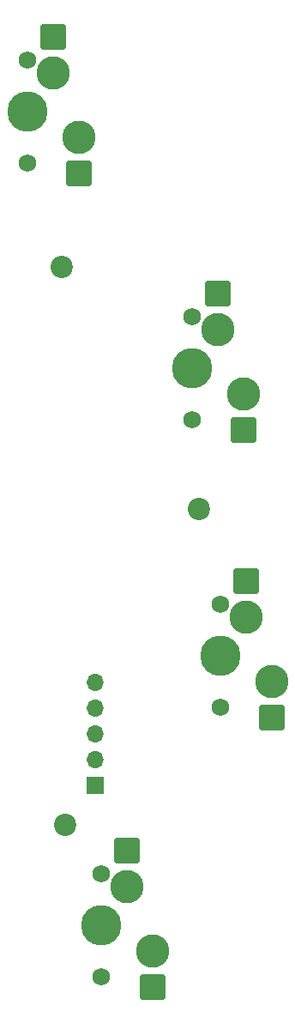
<source format=gbr>
%TF.GenerationSoftware,KiCad,Pcbnew,(6.0.7)*%
%TF.CreationDate,2023-01-05T19:37:19-06:00*%
%TF.ProjectId,OpenRectangle,4f70656e-5265-4637-9461-6e676c652e6b,rev?*%
%TF.SameCoordinates,Original*%
%TF.FileFunction,Soldermask,Bot*%
%TF.FilePolarity,Negative*%
%FSLAX46Y46*%
G04 Gerber Fmt 4.6, Leading zero omitted, Abs format (unit mm)*
G04 Created by KiCad (PCBNEW (6.0.7)) date 2023-01-05 19:37:19*
%MOMM*%
%LPD*%
G01*
G04 APERTURE LIST*
G04 Aperture macros list*
%AMRoundRect*
0 Rectangle with rounded corners*
0 $1 Rounding radius*
0 $2 $3 $4 $5 $6 $7 $8 $9 X,Y pos of 4 corners*
0 Add a 4 corners polygon primitive as box body*
4,1,4,$2,$3,$4,$5,$6,$7,$8,$9,$2,$3,0*
0 Add four circle primitives for the rounded corners*
1,1,$1+$1,$2,$3*
1,1,$1+$1,$4,$5*
1,1,$1+$1,$6,$7*
1,1,$1+$1,$8,$9*
0 Add four rect primitives between the rounded corners*
20,1,$1+$1,$2,$3,$4,$5,0*
20,1,$1+$1,$4,$5,$6,$7,0*
20,1,$1+$1,$6,$7,$8,$9,0*
20,1,$1+$1,$8,$9,$2,$3,0*%
G04 Aperture macros list end*
%ADD10R,1.700000X1.700000*%
%ADD11O,1.700000X1.700000*%
%ADD12C,1.750000*%
%ADD13C,3.987800*%
%ADD14RoundRect,0.250000X1.000000X-1.025000X1.000000X1.025000X-1.000000X1.025000X-1.000000X-1.025000X0*%
%ADD15C,3.300000*%
%ADD16C,2.200000*%
G04 APERTURE END LIST*
D10*
%TO.C,J1*%
X330432866Y-102511500D03*
D11*
X330432866Y-99971500D03*
X330432866Y-97431500D03*
X330432866Y-94891500D03*
X330432866Y-92351500D03*
%TD*%
D12*
%TO.C,SW9*%
X330996000Y-111238000D03*
D13*
X330996000Y-116318000D03*
D12*
X330996000Y-121398000D03*
D14*
X333536000Y-108958000D03*
D15*
X333536000Y-112508000D03*
D14*
X336076000Y-122408000D03*
D15*
X336076000Y-118858000D03*
%TD*%
D16*
%TO.C,H3*%
X327442866Y-106411500D03*
%TD*%
D12*
%TO.C,SW6*%
X323730000Y-31030000D03*
X323730000Y-41190000D03*
D13*
X323730000Y-36110000D03*
D14*
X326270000Y-28750000D03*
D15*
X326270000Y-32300000D03*
X328810000Y-38650000D03*
D14*
X328810000Y-42200000D03*
%TD*%
D13*
%TO.C,SW8*%
X342759000Y-89746000D03*
D12*
X342759000Y-94826000D03*
X342759000Y-84666000D03*
D14*
X345299000Y-82386000D03*
D15*
X345299000Y-85936000D03*
X347839000Y-92286000D03*
D14*
X347839000Y-95836000D03*
%TD*%
D12*
%TO.C,SW7*%
X340033000Y-66470000D03*
X340033000Y-56310000D03*
D13*
X340033000Y-61390000D03*
D15*
X342573000Y-57580000D03*
D14*
X342573000Y-54030000D03*
X345113000Y-67480000D03*
D15*
X345113000Y-63930000D03*
%TD*%
D16*
%TO.C,H2*%
X340642866Y-75261500D03*
%TD*%
%TO.C,H1*%
X327172866Y-51371500D03*
%TD*%
M02*

</source>
